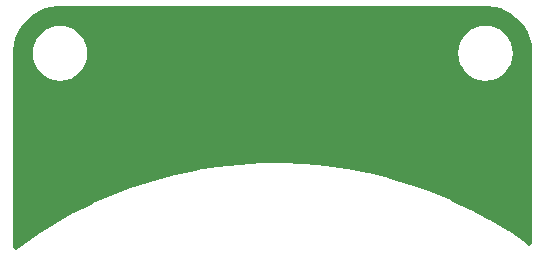
<source format=gtl>
G04*
G04 #@! TF.GenerationSoftware,Altium Limited,Altium Designer,19.1.5 (86)*
G04*
G04 Layer_Physical_Order=1*
G04 Layer_Color=255*
%FSLAX25Y25*%
%MOIN*%
G70*
G01*
G75*
G36*
X73938Y15445D02*
X75928Y14912D01*
X77831Y14124D01*
X79615Y13094D01*
X81249Y11840D01*
X82706Y10383D01*
X83960Y8749D01*
X84990Y6965D01*
X85778Y5062D01*
X86311Y3072D01*
X86580Y1030D01*
Y0D01*
Y-63628D01*
X85506Y-64163D01*
X84591Y-63474D01*
X84504Y-63425D01*
X84429Y-63358D01*
X78603Y-59414D01*
X78513Y-59369D01*
X78435Y-59306D01*
X72418Y-55660D01*
X72326Y-55620D01*
X72244Y-55561D01*
X66051Y-52222D01*
X65957Y-52186D01*
X65873Y-52132D01*
X59520Y-49109D01*
X59425Y-49078D01*
X59338Y-49027D01*
X52841Y-46328D01*
X52744Y-46302D01*
X52654Y-46256D01*
X46029Y-43887D01*
X45931Y-43865D01*
X45840Y-43824D01*
X39104Y-41791D01*
X39005Y-41775D01*
X38912Y-41738D01*
X32083Y-40047D01*
X31983Y-40036D01*
X31887Y-40004D01*
X24982Y-38658D01*
X24881Y-38652D01*
X24785Y-38625D01*
X17820Y-37628D01*
X17720Y-37627D01*
X17622Y-37605D01*
X10616Y-36960D01*
X10515Y-36964D01*
X10416Y-36947D01*
X3387Y-36655D01*
X3287Y-36664D01*
X3187Y-36652D01*
X-3848Y-36715D01*
X-3948Y-36729D01*
X-4048Y-36721D01*
X-11071Y-37138D01*
X-11170Y-37157D01*
X-11270Y-37154D01*
X-18263Y-37924D01*
X-18361Y-37948D01*
X-18462Y-37951D01*
X-25407Y-39071D01*
X-25504Y-39099D01*
X-25604Y-39107D01*
X-32484Y-40576D01*
X-32579Y-40609D01*
X-32679Y-40622D01*
X-39477Y-42434D01*
X-39570Y-42473D01*
X-39669Y-42491D01*
X-46367Y-44643D01*
X-46457Y-44686D01*
X-46555Y-44709D01*
X-53137Y-47195D01*
X-53225Y-47243D01*
X-53322Y-47271D01*
X-59770Y-50085D01*
X-59856Y-50137D01*
X-59951Y-50170D01*
X-66249Y-53305D01*
X-66333Y-53361D01*
X-66426Y-53398D01*
X-72558Y-56847D01*
X-72639Y-56907D01*
X-72730Y-56949D01*
X-78681Y-60701D01*
X-78759Y-60765D01*
X-78848Y-60812D01*
X-84603Y-64859D01*
X-84677Y-64927D01*
X-84763Y-64978D01*
X-85502Y-65555D01*
X-86580Y-65029D01*
Y0D01*
Y1030D01*
X-86311Y3072D01*
X-85778Y5062D01*
X-84990Y6965D01*
X-83960Y8749D01*
X-82706Y10383D01*
X-81249Y11840D01*
X-79615Y13094D01*
X-77831Y14124D01*
X-75928Y14912D01*
X-73938Y15445D01*
X-71896Y15714D01*
X71896D01*
X73938Y15445D01*
D02*
G37*
%LPC*%
G36*
X70866Y9118D02*
X69087Y8943D01*
X67377Y8424D01*
X65800Y7581D01*
X64419Y6447D01*
X63285Y5066D01*
X62442Y3489D01*
X61923Y1779D01*
X61748Y0D01*
X61923Y-1779D01*
X62442Y-3489D01*
X63285Y-5066D01*
X64419Y-6447D01*
X65800Y-7581D01*
X67377Y-8424D01*
X69087Y-8943D01*
X70866Y-9118D01*
X72645Y-8943D01*
X74355Y-8424D01*
X75932Y-7581D01*
X77314Y-6447D01*
X78447Y-5066D01*
X79290Y-3489D01*
X79809Y-1779D01*
X79984Y0D01*
X79809Y1779D01*
X79290Y3489D01*
X78447Y5066D01*
X77314Y6447D01*
X75932Y7581D01*
X74355Y8424D01*
X72645Y8943D01*
X70866Y9118D01*
D02*
G37*
G36*
X-70866D02*
X-72645Y8943D01*
X-74355Y8424D01*
X-75932Y7581D01*
X-77314Y6447D01*
X-78447Y5066D01*
X-79290Y3489D01*
X-79809Y1779D01*
X-79984Y0D01*
X-79809Y-1779D01*
X-79290Y-3489D01*
X-78447Y-5066D01*
X-77314Y-6447D01*
X-75932Y-7581D01*
X-74355Y-8424D01*
X-72645Y-8943D01*
X-70866Y-9118D01*
X-69087Y-8943D01*
X-67377Y-8424D01*
X-65800Y-7581D01*
X-64419Y-6447D01*
X-63285Y-5066D01*
X-62442Y-3489D01*
X-61923Y-1779D01*
X-61748Y0D01*
X-61923Y1779D01*
X-62442Y3489D01*
X-63285Y5066D01*
X-64419Y6447D01*
X-65800Y7581D01*
X-67377Y8424D01*
X-69087Y8943D01*
X-70866Y9118D01*
D02*
G37*
%LPD*%
M02*

</source>
